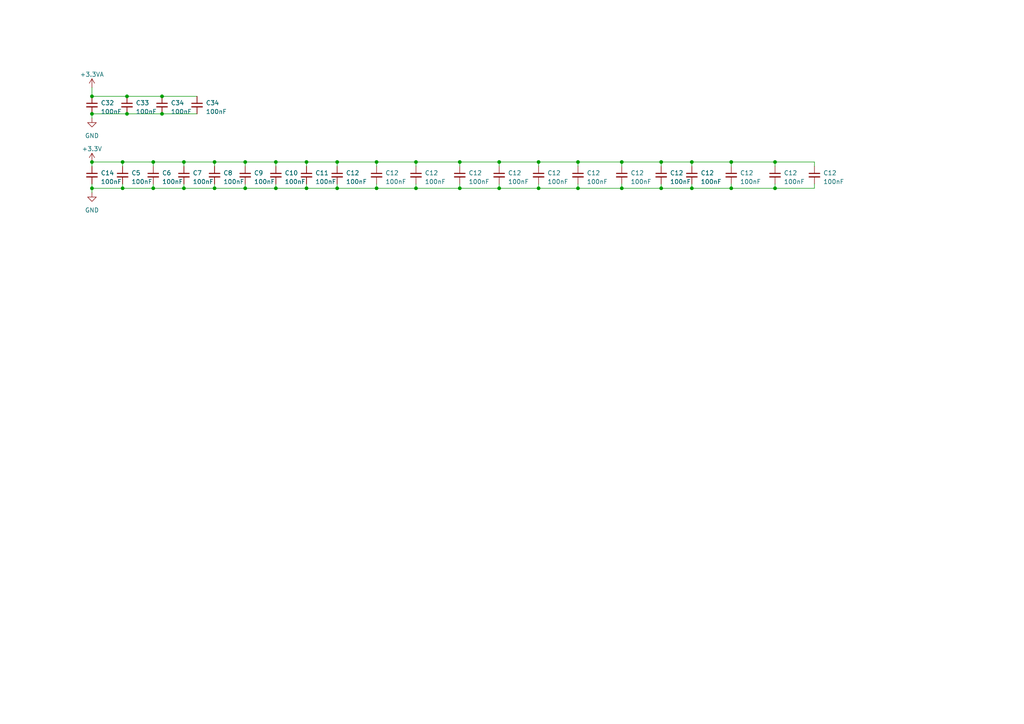
<source format=kicad_sch>
(kicad_sch (version 20231120) (generator "eeschema") (generator_version "8.0")
  (paper "A4")
  (lib_symbols
    (symbol "Device:C_Small" (pin_numbers hide) (pin_names (offset 0.254) hide)
      (property "Reference" "C" (at 0.254 1.778 0))
      (property "Value" "C_Small" (at 0.254 -2.032 0))
      (symbol "C_Small_0_1"
        (polyline (pts (xy -1.524 -0.508) (xy 1.524 -0.508)) (stroke (width 0.3302)))
        (polyline (pts (xy -1.524 0.508) (xy 1.524 0.508)) (stroke (width 0.3048)))
      )
      (symbol "C_Small_1_1"
        (pin passive line (at 0 2.54 270) (length 2.032) (name "~") (number "1"))
        (pin passive line (at 0 -2.54 90) (length 2.032) (name "~") (number "2"))
      )
    )
    (symbol "power:+3.3V" (power) (pin_names (offset 0))
      (property "Value" "+3.3V" (at 0 3.556 0))
      (symbol "+3.3V_0_1"
        (polyline (pts (xy -0.762 1.27) (xy 0 2.54)))
        (polyline (pts (xy 0 0) (xy 0 2.54)))
        (polyline (pts (xy 0 2.54) (xy 0.762 1.27)))
      )
      (symbol "+3.3V_1_1"
        (pin power_in line (at 0 0 90) (length 0) hide (name "+3.3V") (number "1"))
      )
    )
    (symbol "power:+3.3VA" (power) (pin_names (offset 0))
      (property "Value" "+3.3VA" (at 0 3.556 0))
      (symbol "+3.3VA_0_1"
        (polyline (pts (xy -0.762 1.27) (xy 0 2.54)))
        (polyline (pts (xy 0 0) (xy 0 2.54)))
        (polyline (pts (xy 0 2.54) (xy 0.762 1.27)))
      )
      (symbol "+3.3VA_1_1"
        (pin power_in line (at 0 0 90) (length 0) hide (name "+3.3VA") (number "1"))
      )
    )
    (symbol "power:GND" (power) (pin_names (offset 0))
      (property "Value" "GND" (at 0 -3.81 0))
      (symbol "GND_0_1"
        (polyline (pts (xy 0 0) (xy 0 -1.27) (xy 1.27 -1.27) (xy 0 -2.54) (xy -1.27 -1.27) (xy 0 -1.27)))
      )
      (symbol "GND_1_1"
        (pin power_in line (at 0 0 270) (length 0) hide (name "GND") (number "1"))
      )
    )
  )
  (junction (at 133.35 46.99))
  (junction (at 144.78 46.99))
  (junction (at 144.78 54.61))
  (junction (at 46.99 33.02))
  (junction (at 156.21 46.99))
  (junction (at 71.12 46.99))
  (junction (at 109.22 54.61))
  (junction (at 26.67 46.99))
  (junction (at 53.34 54.61))
  (junction (at 120.65 46.99))
  (junction (at 167.64 54.61))
  (junction (at 224.79 46.99))
  (junction (at 212.09 46.99))
  (junction (at 191.77 54.61))
  (junction (at 35.56 46.99))
  (junction (at 46.99 27.94))
  (junction (at 44.45 46.99))
  (junction (at 26.67 33.02))
  (junction (at 180.34 54.61))
  (junction (at 97.79 54.61))
  (junction (at 109.22 46.99))
  (junction (at 200.66 54.61))
  (junction (at 88.9 46.99))
  (junction (at 167.64 46.99))
  (junction (at 212.09 54.61))
  (junction (at 71.12 54.61))
  (junction (at 80.01 46.99))
  (junction (at 53.34 46.99))
  (junction (at 224.79 54.61))
  (junction (at 35.56 54.61))
  (junction (at 62.23 46.99))
  (junction (at 133.35 54.61))
  (junction (at 180.34 46.99))
  (junction (at 62.23 54.61))
  (junction (at 120.65 54.61))
  (junction (at 191.77 46.99))
  (junction (at 97.79 46.99))
  (junction (at 36.83 33.02))
  (junction (at 26.67 54.61))
  (junction (at 200.66 46.99))
  (junction (at 88.9 54.61))
  (junction (at 44.45 54.61))
  (junction (at 36.83 27.94))
  (junction (at 26.67 27.94))
  (junction (at 80.01 54.61))
  (junction (at 156.21 54.61))
  (wire (pts (xy 109.22 48.26) (xy 109.22 46.99)))
  (wire (pts (xy 109.22 53.34) (xy 109.22 54.61)))
  (wire (pts (xy 236.22 53.34) (xy 236.22 54.61)))
  (wire (pts (xy 191.77 46.99) (xy 200.66 46.99)))
  (wire (pts (xy 62.23 54.61) (xy 53.34 54.61)))
  (wire (pts (xy 26.67 48.26) (xy 26.67 46.99)))
  (wire (pts (xy 35.56 54.61) (xy 26.67 54.61)))
  (wire (pts (xy 88.9 46.99) (xy 97.79 46.99)))
  (wire (pts (xy 120.65 53.34) (xy 120.65 54.61)))
  (wire (pts (xy 180.34 53.34) (xy 180.34 54.61)))
  (wire (pts (xy 144.78 54.61) (xy 156.21 54.61)))
  (wire (pts (xy 120.65 48.26) (xy 120.65 46.99)))
  (wire (pts (xy 80.01 46.99) (xy 71.12 46.99)))
  (wire (pts (xy 97.79 48.26) (xy 97.79 46.99)))
  (wire (pts (xy 46.99 33.02) (xy 57.15 33.02)))
  (wire (pts (xy 53.34 48.26) (xy 53.34 46.99)))
  (wire (pts (xy 156.21 53.34) (xy 156.21 54.61)))
  (wire (pts (xy 133.35 46.99) (xy 120.65 46.99)))
  (wire (pts (xy 200.66 53.34) (xy 200.66 54.61)))
  (wire (pts (xy 53.34 46.99) (xy 62.23 46.99)))
  (wire (pts (xy 44.45 53.34) (xy 44.45 54.61)))
  (wire (pts (xy 133.35 54.61) (xy 144.78 54.61)))
  (wire (pts (xy 26.67 33.02) (xy 36.83 33.02)))
  (wire (pts (xy 97.79 54.61) (xy 88.9 54.61)))
  (wire (pts (xy 88.9 48.26) (xy 88.9 46.99)))
  (wire (pts (xy 191.77 48.26) (xy 191.77 46.99)))
  (wire (pts (xy 167.64 48.26) (xy 167.64 46.99)))
  (wire (pts (xy 224.79 54.61) (xy 236.22 54.61)))
  (wire (pts (xy 212.09 46.99) (xy 200.66 46.99)))
  (wire (pts (xy 62.23 46.99) (xy 71.12 46.99)))
  (wire (pts (xy 156.21 54.61) (xy 167.64 54.61)))
  (wire (pts (xy 109.22 46.99) (xy 120.65 46.99)))
  (wire (pts (xy 35.56 48.26) (xy 35.56 46.99)))
  (wire (pts (xy 144.78 53.34) (xy 144.78 54.61)))
  (wire (pts (xy 36.83 27.94) (xy 46.99 27.94)))
  (wire (pts (xy 97.79 46.99) (xy 109.22 46.99)))
  (wire (pts (xy 212.09 54.61) (xy 224.79 54.61)))
  (wire (pts (xy 62.23 48.26) (xy 62.23 46.99)))
  (wire (pts (xy 200.66 54.61) (xy 212.09 54.61)))
  (wire (pts (xy 71.12 53.34) (xy 71.12 54.61)))
  (wire (pts (xy 35.56 46.99) (xy 44.45 46.99)))
  (wire (pts (xy 180.34 48.26) (xy 180.34 46.99)))
  (wire (pts (xy 26.67 54.61) (xy 26.67 55.88)))
  (wire (pts (xy 144.78 46.99) (xy 133.35 46.99)))
  (wire (pts (xy 44.45 48.26) (xy 44.45 46.99)))
  (wire (pts (xy 80.01 54.61) (xy 71.12 54.61)))
  (wire (pts (xy 167.64 54.61) (xy 180.34 54.61)))
  (wire (pts (xy 62.23 53.34) (xy 62.23 54.61)))
  (wire (pts (xy 133.35 53.34) (xy 133.35 54.61)))
  (wire (pts (xy 224.79 53.34) (xy 224.79 54.61)))
  (wire (pts (xy 36.83 33.02) (xy 46.99 33.02)))
  (wire (pts (xy 133.35 48.26) (xy 133.35 46.99)))
  (wire (pts (xy 26.67 46.99) (xy 35.56 46.99)))
  (wire (pts (xy 224.79 46.99) (xy 212.09 46.99)))
  (wire (pts (xy 133.35 54.61) (xy 120.65 54.61)))
  (wire (pts (xy 71.12 54.61) (xy 62.23 54.61)))
  (wire (pts (xy 236.22 46.99) (xy 224.79 46.99)))
  (wire (pts (xy 26.67 27.94) (xy 36.83 27.94)))
  (wire (pts (xy 44.45 54.61) (xy 35.56 54.61)))
  (wire (pts (xy 71.12 48.26) (xy 71.12 46.99)))
  (wire (pts (xy 26.67 33.02) (xy 26.67 34.29)))
  (wire (pts (xy 236.22 48.26) (xy 236.22 46.99)))
  (wire (pts (xy 97.79 54.61) (xy 109.22 54.61)))
  (wire (pts (xy 80.01 46.99) (xy 88.9 46.99)))
  (wire (pts (xy 180.34 46.99) (xy 167.64 46.99)))
  (wire (pts (xy 26.67 25.4) (xy 26.67 27.94)))
  (wire (pts (xy 191.77 46.99) (xy 180.34 46.99)))
  (wire (pts (xy 80.01 48.26) (xy 80.01 46.99)))
  (wire (pts (xy 191.77 54.61) (xy 200.66 54.61)))
  (wire (pts (xy 212.09 48.26) (xy 212.09 46.99)))
  (wire (pts (xy 156.21 46.99) (xy 144.78 46.99)))
  (wire (pts (xy 26.67 53.34) (xy 26.67 54.61)))
  (wire (pts (xy 167.64 46.99) (xy 156.21 46.99)))
  (wire (pts (xy 53.34 53.34) (xy 53.34 54.61)))
  (wire (pts (xy 88.9 54.61) (xy 80.01 54.61)))
  (wire (pts (xy 120.65 54.61) (xy 109.22 54.61)))
  (wire (pts (xy 224.79 48.26) (xy 224.79 46.99)))
  (wire (pts (xy 180.34 54.61) (xy 191.77 54.61)))
  (wire (pts (xy 44.45 46.99) (xy 53.34 46.99)))
  (wire (pts (xy 144.78 48.26) (xy 144.78 46.99)))
  (wire (pts (xy 35.56 53.34) (xy 35.56 54.61)))
  (wire (pts (xy 46.99 27.94) (xy 57.15 27.94)))
  (wire (pts (xy 88.9 53.34) (xy 88.9 54.61)))
  (wire (pts (xy 191.77 53.34) (xy 191.77 54.61)))
  (wire (pts (xy 167.64 53.34) (xy 167.64 54.61)))
  (wire (pts (xy 156.21 48.26) (xy 156.21 46.99)))
  (wire (pts (xy 97.79 53.34) (xy 97.79 54.61)))
  (wire (pts (xy 53.34 54.61) (xy 44.45 54.61)))
  (wire (pts (xy 200.66 48.26) (xy 200.66 46.99)))
  (wire (pts (xy 212.09 53.34) (xy 212.09 54.61)))
  (wire (pts (xy 80.01 53.34) (xy 80.01 54.61)))
  (symbol (lib_id "Device:C_Small") (at 133.35 50.8 0) (unit 1)
    (property "Reference" "C12" (at 135.89 50.1713 0) (effects (justify left)))
    (property "Value" "100nF" (at 135.89 52.7113 0) (effects (justify left)))
    (property "Footprint" "Capacitor_SMD:C_0603_1608Metric" (effects (hide yes)))
    (property "JLCPCB" "C14663" (effects (hide yes)))
    (property "LCSC Part" "C14663" (effects (hide yes)))
    (instances (project "stm_audio_board_V3" (path "" (reference "C12") (unit 1)) (path "" (reference "C60") (unit 1))))
  )
  (symbol (lib_id "Device:C_Small") (at 236.22 50.8 0) (unit 1)
    (property "Reference" "C12" (at 238.76 50.1713 0) (effects (justify left)))
    (property "Value" "100nF" (at 238.76 52.7113 0) (effects (justify left)))
    (property "Footprint" "Capacitor_SMD:C_0603_1608Metric" (effects (hide yes)))
    (property "JLCPCB" "C14663" (effects (hide yes)))
    (property "LCSC Part" "C14663" (effects (hide yes)))
    (instances (project "stm_audio_board_V3" (path "" (reference "C12") (unit 1)) (path "" (reference "C184") (unit 1))))
  )
  (symbol (lib_id "Device:C_Small") (at 97.79 50.8 0) (unit 1)
    (property "Reference" "C12" (at 100.33 50.1713 0) (effects (justify left)))
    (property "Value" "100nF" (at 100.33 52.7113 0) (effects (justify left)))
    (property "Footprint" "Capacitor_SMD:C_0603_1608Metric" (effects (hide yes)))
    (property "JLCPCB" "C14663" (effects (hide yes)))
    (property "LCSC Part" "C14663" (effects (hide yes)))
    (instances (project "stm_audio_board_V3" (path "" (reference "C12") (unit 1)) (path "" (reference "C14") (unit 1))))
  )
  (symbol (lib_id "Device:C_Small") (at 46.99 30.48 0) (unit 1)
    (property "Reference" "C34" (at 49.53 29.8513 0) (effects (justify left)))
    (property "Value" "100nF" (at 49.53 32.3913 0) (effects (justify left)))
    (property "Footprint" "Capacitor_SMD:C_0603_1608Metric" (effects (hide yes)))
    (property "JLCPCB" "C14663" (effects (hide yes)))
    (property "LCSC Part" "C14663" (effects (hide yes)))
  )
  (symbol (lib_id "Device:C_Small") (at 180.34 50.8 0) (unit 1)
    (property "Reference" "C12" (at 182.88 50.1713 0) (effects (justify left)))
    (property "Value" "100nF" (at 182.88 52.7113 0) (effects (justify left)))
    (property "Footprint" "Capacitor_SMD:C_0603_1608Metric" (effects (hide yes)))
    (property "JLCPCB" "C14663" (effects (hide yes)))
    (property "LCSC Part" "C14663" (effects (hide yes)))
    (instances (project "stm_audio_board_V3" (path "" (reference "C12") (unit 1)) (path "" (reference "C35") (unit 1))))
  )
  (symbol (lib_id "Device:C_Small") (at 53.34 50.8 0) (unit 1)
    (property "Reference" "C7" (at 55.88 50.1713 0) (effects (justify left)))
    (property "Value" "100nF" (at 55.88 52.7113 0) (effects (justify left)))
    (property "Footprint" "Capacitor_SMD:C_0603_1608Metric" (effects (hide yes)))
    (property "JLCPCB" "C14663" (effects (hide yes)))
    (property "LCSC Part" "C14663" (effects (hide yes)))
    (instances (project "stm_audio_board_V3" (path "" (reference "C7") (unit 1)) (path "" (reference "C8") (unit 1))))
  )
  (symbol (lib_id "Device:C_Small") (at 57.15 30.48 0) (unit 1)
    (property "Reference" "C34" (at 59.69 29.8513 0) (effects (justify left)))
    (property "Value" "100nF" (at 59.69 32.3913 0) (effects (justify left)))
    (property "Footprint" "Capacitor_SMD:C_0603_1608Metric" (effects (hide yes)))
    (property "JLCPCB" "C14663" (effects (hide yes)))
    (property "LCSC Part" "C14663" (effects (hide yes)))
    (instances (project "stm_audio_board_V3" (path "" (reference "C34") (unit 1)) (path "" (reference "C217") (unit 1))))
  )
  (symbol (lib_id "Device:C_Small") (at 26.67 50.8 0) (unit 1)
    (property "Reference" "C14" (at 29.21 50.1713 0) (effects (justify left)))
    (property "Value" "100nF" (at 29.21 52.7113 0) (effects (justify left)))
    (property "Footprint" "Capacitor_SMD:C_0603_1608Metric" (effects (hide yes)))
    (property "JLCPCB" "C14663" (effects (hide yes)))
    (property "LCSC Part" "C14663" (effects (hide yes)))
    (instances (project "stm_audio_board_V3" (path "" (reference "C14") (unit 1)) (path "" (reference "C5") (unit 1))))
  )
  (symbol (lib_id "Device:C_Small") (at 200.66 50.8 0) (unit 1)
    (property "Reference" "C12" (at 203.2 50.1713 0) (effects (justify left)))
    (property "Value" "100nF" (at 203.2 52.7113 0) (effects (justify left)))
    (property "Footprint" "Capacitor_SMD:C_0603_1608Metric" (effects (hide yes)))
    (property "JLCPCB" "C14663" (effects (hide yes)))
    (property "LCSC Part" "C14663" (effects (hide yes)))
    (instances (project "stm_audio_board_V3" (path "" (reference "C12") (unit 1)) (path "" (reference "C181") (unit 1))))
  )
  (symbol (lib_id "Device:C_Small") (at 88.9 50.8 0) (unit 1)
    (property "Reference" "C11" (at 91.44 50.1713 0) (effects (justify left)))
    (property "Value" "100nF" (at 91.44 52.7113 0) (effects (justify left)))
    (property "Footprint" "Capacitor_SMD:C_0603_1608Metric" (effects (hide yes)))
    (property "JLCPCB" "C14663" (effects (hide yes)))
    (property "LCSC Part" "C14663" (effects (hide yes)))
    (instances (project "stm_audio_board_V3" (path "" (reference "C11") (unit 1)) (path "" (reference "C12") (unit 1))))
  )
  (symbol (lib_id "power:GND") (at 26.67 55.88 0) (unit 1)
    (property "Reference" "#PWR05" (effects (hide yes)))
    (property "Value" "GND" (at 26.67 60.96 0))
  )
  (symbol (lib_id "Device:C_Small") (at 191.77 50.8 0) (unit 1)
    (property "Reference" "C12" (at 194.31 50.1713 0) (effects (justify left)))
    (property "Value" "100nF" (at 194.31 52.7113 0) (effects (justify left)))
    (property "Footprint" "Capacitor_SMD:C_0603_1608Metric" (effects (hide yes)))
    (property "JLCPCB" "C14663" (effects (hide yes)))
    (property "LCSC Part" "C14663" (effects (hide yes)))
    (instances (project "stm_audio_board_V3" (path "" (reference "C12") (unit 1)) (path "" (reference "C36") (unit 1))))
  )
  (symbol (lib_id "power:+3.3V") (at 26.67 46.99 0) (unit 1)
    (property "Reference" "#PWR081" (effects (hide yes)))
    (property "Value" "+3.3V" (at 26.67 43.18 0))
    (instances (project "stm_audio_board_V3" (path "" (reference "#PWR081") (unit 1)) (path "" (reference "#PWR024") (unit 1))))
  )
  (symbol (lib_id "Device:C_Small") (at 167.64 50.8 0) (unit 1)
    (property "Reference" "C12" (at 170.18 50.1713 0) (effects (justify left)))
    (property "Value" "100nF" (at 170.18 52.7113 0) (effects (justify left)))
    (property "Footprint" "Capacitor_SMD:C_0603_1608Metric" (effects (hide yes)))
    (property "JLCPCB" "C14663" (effects (hide yes)))
    (property "LCSC Part" "C14663" (effects (hide yes)))
    (instances (project "stm_audio_board_V3" (path "" (reference "C12") (unit 1)) (path "" (reference "C81") (unit 1))))
  )
  (symbol (lib_id "Device:C_Small") (at 144.78 50.8 0) (unit 1)
    (property "Reference" "C12" (at 147.32 50.1713 0) (effects (justify left)))
    (property "Value" "100nF" (at 147.32 52.7113 0) (effects (justify left)))
    (property "Footprint" "Capacitor_SMD:C_0603_1608Metric" (effects (hide yes)))
    (property "JLCPCB" "C14663" (effects (hide yes)))
    (property "LCSC Part" "C14663" (effects (hide yes)))
    (instances (project "stm_audio_board_V3" (path "" (reference "C12") (unit 1)) (path "" (reference "C64") (unit 1))))
  )
  (symbol (lib_id "Device:C_Small") (at 62.23 50.8 0) (unit 1)
    (property "Reference" "C8" (at 64.77 50.1713 0) (effects (justify left)))
    (property "Value" "100nF" (at 64.77 52.7113 0) (effects (justify left)))
    (property "Footprint" "Capacitor_SMD:C_0603_1608Metric" (effects (hide yes)))
    (property "JLCPCB" "C14663" (effects (hide yes)))
    (property "LCSC Part" "C14663" (effects (hide yes)))
    (instances (project "stm_audio_board_V3" (path "" (reference "C8") (unit 1)) (path "" (reference "C9") (unit 1))))
  )
  (symbol (lib_id "Device:C_Small") (at 212.09 50.8 0) (unit 1)
    (property "Reference" "C12" (at 214.63 50.1713 0) (effects (justify left)))
    (property "Value" "100nF" (at 214.63 52.7113 0) (effects (justify left)))
    (property "Footprint" "Capacitor_SMD:C_0603_1608Metric" (effects (hide yes)))
    (property "JLCPCB" "C14663" (effects (hide yes)))
    (property "LCSC Part" "C14663" (effects (hide yes)))
    (instances (project "stm_audio_board_V3" (path "" (reference "C12") (unit 1)) (path "" (reference "C182") (unit 1))))
  )
  (symbol (lib_id "Device:C_Small") (at 80.01 50.8 0) (unit 1)
    (property "Reference" "C10" (at 82.55 50.1713 0) (effects (justify left)))
    (property "Value" "100nF" (at 82.55 52.7113 0) (effects (justify left)))
    (property "Footprint" "Capacitor_SMD:C_0603_1608Metric" (effects (hide yes)))
    (property "JLCPCB" "C14663" (effects (hide yes)))
    (property "LCSC Part" "C14663" (effects (hide yes)))
    (instances (project "stm_audio_board_V3" (path "" (reference "C10") (unit 1)) (path "" (reference "C11") (unit 1))))
  )
  (symbol (lib_id "Device:C_Small") (at 71.12 50.8 0) (unit 1)
    (property "Reference" "C9" (at 73.66 50.1713 0) (effects (justify left)))
    (property "Value" "100nF" (at 73.66 52.7113 0) (effects (justify left)))
    (property "Footprint" "Capacitor_SMD:C_0603_1608Metric" (effects (hide yes)))
    (property "JLCPCB" "C14663" (effects (hide yes)))
    (property "LCSC Part" "C14663" (effects (hide yes)))
    (instances (project "stm_audio_board_V3" (path "" (reference "C9") (unit 1)) (path "" (reference "C10") (unit 1))))
  )
  (symbol (lib_id "Device:C_Small") (at 44.45 50.8 0) (unit 1)
    (property "Reference" "C6" (at 46.99 50.1713 0) (effects (justify left)))
    (property "Value" "100nF" (at 46.99 52.7113 0) (effects (justify left)))
    (property "Footprint" "Capacitor_SMD:C_0603_1608Metric" (effects (hide yes)))
    (property "JLCPCB" "C14663" (effects (hide yes)))
    (property "LCSC Part" "C14663" (effects (hide yes)))
    (instances (project "stm_audio_board_V3" (path "" (reference "C6") (unit 1)) (path "" (reference "C7") (unit 1))))
  )
  (symbol (lib_id "power:GND") (at 26.67 34.29 0) (unit 1)
    (property "Reference" "#PWR05" (effects (hide yes)))
    (property "Value" "GND" (at 26.67 39.37 0))
    (instances (project "stm_audio_board_V3" (path "" (reference "#PWR05") (unit 1)) (path "" (reference "#PWR01") (unit 1))))
  )
  (symbol (lib_id "Device:C_Small") (at 36.83 30.48 0) (unit 1)
    (property "Reference" "C33" (at 39.37 29.8513 0) (effects (justify left)))
    (property "Value" "100nF" (at 39.37 32.3913 0) (effects (justify left)))
    (property "Footprint" "Capacitor_SMD:C_0603_1608Metric" (effects (hide yes)))
    (property "JLCPCB" "C14663" (effects (hide yes)))
    (property "LCSC Part" "C14663" (effects (hide yes)))
  )
  (symbol (lib_id "Device:C_Small") (at 26.67 30.48 0) (unit 1)
    (property "Reference" "C32" (at 29.21 29.8513 0) (effects (justify left)))
    (property "Value" "100nF" (at 29.21 32.3913 0) (effects (justify left)))
    (property "Footprint" "Capacitor_SMD:C_0603_1608Metric" (effects (hide yes)))
    (property "JLCPCB" "C14663" (effects (hide yes)))
    (property "LCSC Part" "C14663" (effects (hide yes)))
  )
  (symbol (lib_id "Device:C_Small") (at 120.65 50.8 0) (unit 1)
    (property "Reference" "C12" (at 123.19 50.1713 0) (effects (justify left)))
    (property "Value" "100nF" (at 123.19 52.7113 0) (effects (justify left)))
    (property "Footprint" "Capacitor_SMD:C_0603_1608Metric" (effects (hide yes)))
    (property "JLCPCB" "C14663" (effects (hide yes)))
    (property "LCSC Part" "C14663" (effects (hide yes)))
    (instances (project "stm_audio_board_V3" (path "" (reference "C12") (unit 1)) (path "" (reference "C58") (unit 1))))
  )
  (symbol (lib_id "Device:C_Small") (at 109.22 50.8 0) (unit 1)
    (property "Reference" "C12" (at 111.76 50.1713 0) (effects (justify left)))
    (property "Value" "100nF" (at 111.76 52.7113 0) (effects (justify left)))
    (property "Footprint" "Capacitor_SMD:C_0603_1608Metric" (effects (hide yes)))
    (property "JLCPCB" "C14663" (effects (hide yes)))
    (property "LCSC Part" "C14663" (effects (hide yes)))
    (instances (project "stm_audio_board_V3" (path "" (reference "C12") (unit 1)) (path "" (reference "C3") (unit 1))))
  )
  (symbol (lib_id "Device:C_Small") (at 224.79 50.8 0) (unit 1)
    (property "Reference" "C12" (at 227.33 50.1713 0) (effects (justify left)))
    (property "Value" "100nF" (at 227.33 52.7113 0) (effects (justify left)))
    (property "Footprint" "Capacitor_SMD:C_0603_1608Metric" (effects (hide yes)))
    (property "JLCPCB" "C14663" (effects (hide yes)))
    (property "LCSC Part" "C14663" (effects (hide yes)))
    (instances (project "stm_audio_board_V3" (path "" (reference "C12") (unit 1)) (path "" (reference "C183") (unit 1))))
  )
  (symbol (lib_id "power:+3.3VA") (at 26.67 25.4 0) (unit 1)
    (property "Reference" "#PWR055" (effects (hide yes)))
    (property "Value" "+3.3VA" (at 26.67 21.59 0))
    (instances (project "stm_audio_board_V3" (path "" (reference "#PWR055") (unit 1)) (path "" (reference "#PWR038") (unit 1))))
  )
  (symbol (lib_id "Device:C_Small") (at 35.56 50.8 0) (unit 1)
    (property "Reference" "C5" (at 38.1 50.1713 0) (effects (justify left)))
    (property "Value" "100nF" (at 38.1 52.7113 0) (effects (justify left)))
    (property "Footprint" "Capacitor_SMD:C_0603_1608Metric" (effects (hide yes)))
    (property "JLCPCB" "C14663" (effects (hide yes)))
    (property "LCSC Part" "C14663" (effects (hide yes)))
    (instances (project "stm_audio_board_V3" (path "" (reference "C5") (unit 1)) (path "" (reference "C6") (unit 1))))
  )
  (symbol (lib_id "Device:C_Small") (at 156.21 50.8 0) (unit 1)
    (property "Reference" "C12" (at 158.75 50.1713 0) (effects (justify left)))
    (property "Value" "100nF" (at 158.75 52.7113 0) (effects (justify left)))
    (property "Footprint" "Capacitor_SMD:C_0603_1608Metric" (effects (hide yes)))
    (property "JLCPCB" "C14663" (effects (hide yes)))
    (property "LCSC Part" "C14663" (effects (hide yes)))
    (instances (project "stm_audio_board_V3" (path "" (reference "C12") (unit 1)) (path "" (reference "C78") (unit 1))))
  )
)
</source>
